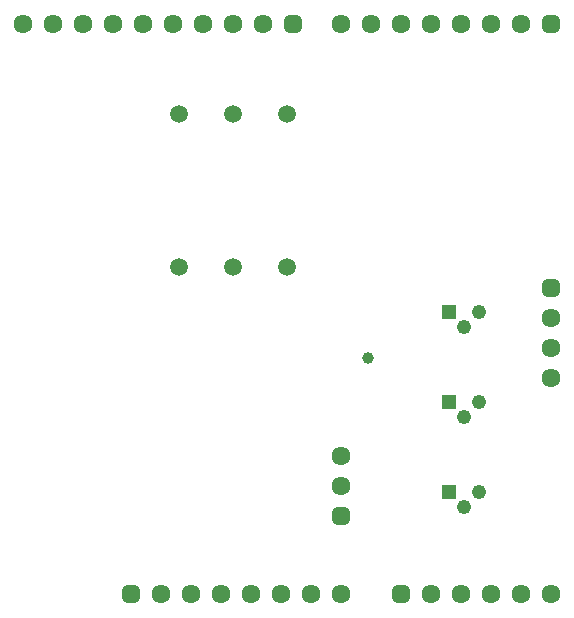
<source format=gbr>
G04 Generated by Ultiboard 14.1 *
%FSLAX34Y34*%
%MOMM*%

%ADD10C,0.0001*%
%ADD11C,1.6088*%
%ADD12R,0.5291X0.5291*%
%ADD13C,0.9949*%
%ADD14C,1.0000*%
%ADD15C,1.5000*%
%ADD16C,1.2446*%
%ADD17R,1.2446X1.2446*%


G04 ColorRGB 9900CC for the following layer *
%LNSolder Mask Bottom*%
%LPD*%
G54D10*
G54D11*
X457200Y25400D03*
X330200Y25400D03*
X304800Y25400D03*
X355600Y25400D03*
X406400Y25400D03*
X381000Y25400D03*
X431800Y25400D03*
X533400Y25400D03*
X558800Y25400D03*
X609600Y25400D03*
X584200Y25400D03*
X635000Y25400D03*
X340360Y508000D03*
X365760Y508000D03*
X391160Y508000D03*
X289560Y508000D03*
X314960Y508000D03*
X264160Y508000D03*
X213360Y508000D03*
X238760Y508000D03*
X187960Y508000D03*
X457200Y508000D03*
X584200Y508000D03*
X609600Y508000D03*
X558800Y508000D03*
X508000Y508000D03*
X533400Y508000D03*
X482600Y508000D03*
X457200Y116840D03*
X457200Y142240D03*
X635000Y233680D03*
X635000Y259080D03*
X635000Y208280D03*
G54D12*
X279400Y25400D03*
X508000Y25400D03*
X416560Y508000D03*
X635000Y508000D03*
X457200Y91440D03*
X635000Y284480D03*
G54D13*
X276755Y22755D02*
X282045Y22755D01*
X282045Y28045D01*
X276755Y28045D01*
X276755Y22755D01*D02*
X505355Y22755D02*
X510645Y22755D01*
X510645Y28045D01*
X505355Y28045D01*
X505355Y22755D01*D02*
X413915Y505355D02*
X419205Y505355D01*
X419205Y510645D01*
X413915Y510645D01*
X413915Y505355D01*D02*
X632355Y505355D02*
X637645Y505355D01*
X637645Y510645D01*
X632355Y510645D01*
X632355Y505355D01*D02*
X454555Y88795D02*
X459845Y88795D01*
X459845Y94085D01*
X454555Y94085D01*
X454555Y88795D01*D02*
X632355Y281835D02*
X637645Y281835D01*
X637645Y287125D01*
X632355Y287125D01*
X632355Y281835D01*D02*
G54D14*
X480000Y225000D03*
G54D15*
X320040Y301800D03*
X320040Y431800D03*
X365760Y301800D03*
X365760Y431800D03*
X411480Y301800D03*
X411480Y431800D03*
G54D16*
X574040Y187960D03*
X561340Y175260D03*
X574040Y111760D03*
X561340Y99060D03*
X574040Y264160D03*
X561340Y251460D03*
G54D17*
X548640Y187960D03*
X548640Y111760D03*
X548640Y264160D03*

M02*

</source>
